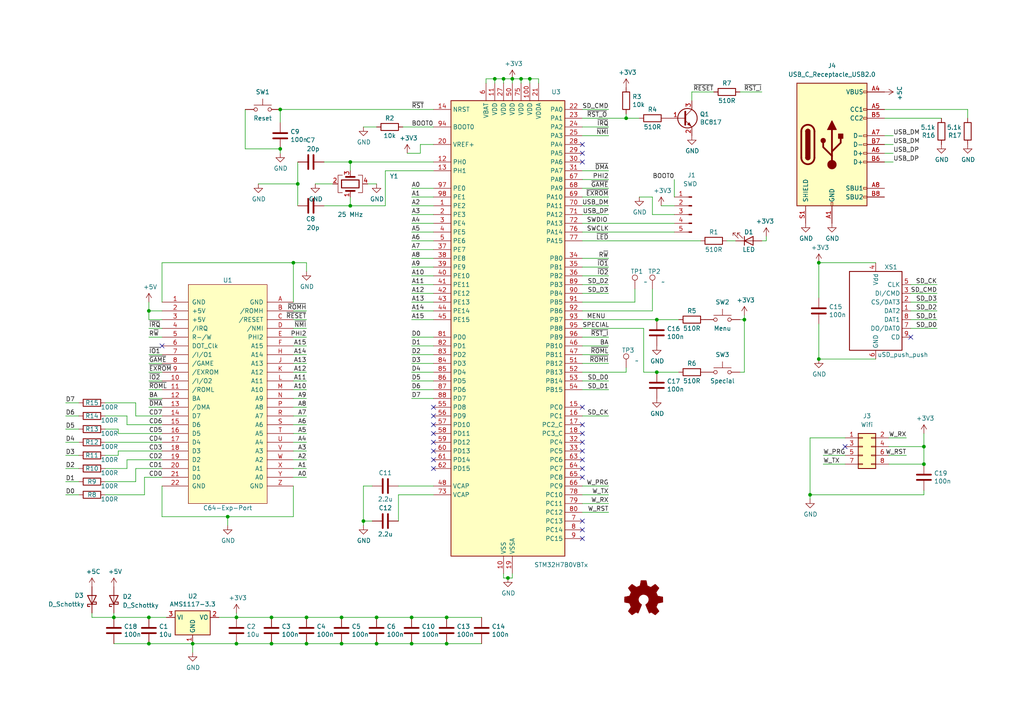
<source format=kicad_sch>
(kicad_sch (version 20230121) (generator eeschema)
  (paper "A4")
  (title_block (title "Kung Fu Flash 2") (date "2023-12-26") (rev "1") (company "open hardware"))
  (lib_symbols
    (symbol "Connector:Conn_01x05_Pin" (pin_names (offset 1.016) hide)
      (property "Reference" "J" (at 0 7.62 0))
      (property "Value" "Conn_01x05_Pin" (at 0 -7.62 0))
      (symbol "Conn_01x05_Pin_1_1"
        (pin passive line (at 5.08 5.08 180) (length 3.81) (name "Pin_1") (number "1"))
        (pin passive line (at 5.08 2.54 180) (length 3.81) (name "Pin_2") (number "2"))
        (pin passive line (at 5.08 0 180) (length 3.81) (name "Pin_3") (number "3"))
        (pin passive line (at 5.08 -2.54 180) (length 3.81) (name "Pin_4") (number "4"))
        (pin passive line (at 5.08 -5.08 180) (length 3.81) (name "Pin_5") (number "5"))
      )
    )
    (symbol "Connector:TestPoint" (pin_numbers hide) (pin_names (offset 0.762) hide)
      (property "Reference" "TP" (at 0 6.858 0))
      (property "Value" "TestPoint" (at 0 5.08 0))
      (symbol "TestPoint_1_1"
        (pin passive line (at 0 0 90) (length 2.54) (name "1") (number "1"))
      )
    )
    (symbol "Connector:USB_C_Receptacle_USB2.0" (pin_names (offset 1.016))
      (property "Reference" "J" (at -10.16 19.05 0))
      (property "Value" "USB_C_Receptacle_USB2.0" (at 19.05 19.05 0))
      (symbol "USB_C_Receptacle_USB2.0_1_1"
        (pin passive line (at 0 -22.86 90) (length 5.08) (name "GND") (number "A1"))
        (pin passive line (at 0 -22.86 90) (length 5.08) hide (name "GND") (number "A12"))
        (pin passive line (at 15.24 15.24 180) (length 5.08) (name "VBUS") (number "A4"))
        (pin bidirectional line (at 15.24 10.16 180) (length 5.08) (name "CC1") (number "A5"))
        (pin bidirectional line (at 15.24 -2.54 180) (length 5.08) (name "D+") (number "A6"))
        (pin bidirectional line (at 15.24 2.54 180) (length 5.08) (name "D-") (number "A7"))
        (pin bidirectional line (at 15.24 -12.7 180) (length 5.08) (name "SBU1") (number "A8"))
        (pin passive line (at 15.24 15.24 180) (length 5.08) hide (name "VBUS") (number "A9"))
        (pin passive line (at 0 -22.86 90) (length 5.08) hide (name "GND") (number "B1"))
        (pin passive line (at 0 -22.86 90) (length 5.08) hide (name "GND") (number "B12"))
        (pin passive line (at 15.24 15.24 180) (length 5.08) hide (name "VBUS") (number "B4"))
        (pin bidirectional line (at 15.24 7.62 180) (length 5.08) (name "CC2") (number "B5"))
        (pin bidirectional line (at 15.24 -5.08 180) (length 5.08) (name "D+") (number "B6"))
        (pin bidirectional line (at 15.24 0 180) (length 5.08) (name "D-") (number "B7"))
        (pin bidirectional line (at 15.24 -15.24 180) (length 5.08) (name "SBU2") (number "B8"))
        (pin passive line (at 15.24 15.24 180) (length 5.08) hide (name "VBUS") (number "B9"))
        (pin passive line (at -7.62 -22.86 90) (length 5.08) (name "SHIELD") (number "S1"))
      )
    )
    (symbol "Connector_Generic:Conn_02x04_Odd_Even" (pin_names (offset 1.016) hide)
      (property "Reference" "J" (at 1.27 5.08 0))
      (property "Value" "Conn_02x04_Odd_Even" (at 1.27 -7.62 0))
      (symbol "Conn_02x04_Odd_Even_1_1"
        (pin passive line (at -5.08 2.54 0) (length 3.81) (name "Pin_1") (number "1"))
        (pin passive line (at 7.62 2.54 180) (length 3.81) (name "Pin_2") (number "2"))
        (pin passive line (at -5.08 0 0) (length 3.81) (name "Pin_3") (number "3"))
        (pin passive line (at 7.62 0 180) (length 3.81) (name "Pin_4") (number "4"))
        (pin passive line (at -5.08 -2.54 0) (length 3.81) (name "Pin_5") (number "5"))
        (pin passive line (at 7.62 -2.54 180) (length 3.81) (name "Pin_6") (number "6"))
        (pin passive line (at -5.08 -5.08 0) (length 3.81) (name "Pin_7") (number "7"))
        (pin passive line (at 7.62 -5.08 180) (length 3.81) (name "Pin_8") (number "8"))
      )
    )
    (symbol "Device:C" (pin_numbers hide) (pin_names (offset 0.254))
      (property "Reference" "C" (at 0.635 2.54 0))
      (property "Value" "C" (at 0.635 -2.54 0))
      (symbol "C_1_1"
        (pin passive line (at 0 3.81 270) (length 2.794) (name "~") (number "1"))
        (pin passive line (at 0 -3.81 90) (length 2.794) (name "~") (number "2"))
      )
    )
    (symbol "Device:Crystal_GND24" (pin_names (offset 1.016) hide)
      (property "Reference" "Y" (at 3.175 5.08 0))
      (property "Value" "Crystal_GND24" (at 3.175 3.175 0))
      (symbol "Crystal_GND24_1_1"
        (pin passive line (at -3.81 0 0) (length 1.27) (name "1") (number "1"))
        (pin passive line (at 0 5.08 270) (length 1.27) (name "2") (number "2"))
        (pin passive line (at 3.81 0 180) (length 1.27) (name "3") (number "3"))
        (pin passive line (at 0 -5.08 90) (length 1.27) (name "4") (number "4"))
      )
    )
    (symbol "Device:D_Schottky" (pin_numbers hide) (pin_names (offset 1.016) hide)
      (property "Reference" "D" (at 0 2.54 0))
      (property "Value" "D_Schottky" (at 0 -2.54 0))
      (symbol "D_Schottky_1_1"
        (pin passive line (at -3.81 0 0) (length 2.54) (name "K") (number "1"))
        (pin passive line (at 3.81 0 180) (length 2.54) (name "A") (number "2"))
      )
    )
    (symbol "Device:LED" (pin_numbers hide) (pin_names (offset 1.016) hide)
      (property "Reference" "D" (at 0 2.54 0))
      (property "Value" "LED" (at 0 -2.54 0))
      (symbol "LED_1_1"
        (pin passive line (at -3.81 0 0) (length 2.54) (name "K") (number "1"))
        (pin passive line (at 3.81 0 180) (length 2.54) (name "A") (number "2"))
      )
    )
    (symbol "Device:R" (pin_numbers hide) (pin_names (offset 0))
      (property "Reference" "R" (at 2.032 0 90))
      (property "Value" "R" (at 0 0 90))
      (symbol "R_1_1"
        (pin passive line (at 0 3.81 270) (length 1.27) (name "~") (number "1"))
        (pin passive line (at 0 -3.81 90) (length 1.27) (name "~") (number "2"))
      )
    )
    (symbol "Graphic:Logo_Open_Hardware_Small" (in_bom no) (on_board no))
    (symbol "KungFuFlash2:C64-Exp-Port-C64-Exp-Port" (pin_names (offset 1.016))
      (property "Reference" "U1" (at 0 33.02 0))
      (property "Value" "C64-Exp-Port" (at 0 -33.02 0))
      (symbol "C64-Exp-Port-C64-Exp-Port_1_1"
        (pin power_in line (at -19.05 26.67 0) (length 7.62) (name "GND") (number "1"))
        (pin passive line (at -19.05 3.81 0) (length 7.62) (name "/I/O2") (number "10"))
        (pin passive line (at -19.05 1.27 0) (length 7.62) (name "/ROML") (number "11"))
        (pin passive line (at -19.05 -1.27 0) (length 7.62) (name "BA") (number "12"))
        (pin passive line (at -19.05 -3.81 0) (length 7.62) (name "/DMA") (number "13"))
        (pin passive line (at -19.05 -6.35 0) (length 7.62) (name "D7") (number "14"))
        (pin passive line (at -19.05 -8.89 0) (length 7.62) (name "D6") (number "15"))
        (pin passive line (at -19.05 -11.43 0) (length 7.62) (name "D5") (number "16"))
        (pin passive line (at -19.05 -13.97 0) (length 7.62) (name "D4") (number "17"))
        (pin passive line (at -19.05 -16.51 0) (length 7.62) (name "D3") (number "18"))
        (pin passive line (at -19.05 -19.05 0) (length 7.62) (name "D2") (number "19"))
        (pin power_in line (at -19.05 24.13 0) (length 7.62) (name "+5V") (number "2"))
        (pin passive line (at -19.05 -21.59 0) (length 7.62) (name "D1") (number "20"))
        (pin passive line (at -19.05 -24.13 0) (length 7.62) (name "D0") (number "21"))
        (pin power_in line (at -19.05 -26.67 0) (length 7.62) (name "GND") (number "22"))
        (pin power_in line (at -19.05 21.59 0) (length 7.62) (name "+5V") (number "3"))
        (pin passive line (at -19.05 19.05 0) (length 7.62) (name "/IRQ") (number "4"))
        (pin passive line (at -19.05 16.51 0) (length 7.62) (name "R-/W") (number "5"))
        (pin passive line (at -19.05 13.97 0) (length 7.62) (name "DOT_Clk") (number "6"))
        (pin passive line (at -19.05 11.43 0) (length 7.62) (name "/I/O1") (number "7"))
        (pin passive line (at -19.05 8.89 0) (length 7.62) (name "/GAME") (number "8"))
        (pin passive line (at -19.05 6.35 0) (length 7.62) (name "/EXROM") (number "9"))
        (pin power_in line (at 19.05 26.67 180) (length 7.62) (name "GND") (number "A"))
        (pin passive line (at 19.05 24.13 180) (length 7.62) (name "/ROMH") (number "B"))
        (pin passive line (at 19.05 21.59 180) (length 7.62) (name "/RESET") (number "C"))
        (pin passive line (at 19.05 19.05 180) (length 7.62) (name "/NMI") (number "D"))
        (pin passive line (at 19.05 16.51 180) (length 7.62) (name "PHI2") (number "E"))
        (pin passive line (at 19.05 13.97 180) (length 7.62) (name "A15") (number "F"))
        (pin passive line (at 19.05 11.43 180) (length 7.62) (name "A14") (number "H"))
        (pin passive line (at 19.05 8.89 180) (length 7.62) (name "A13") (number "J"))
        (pin passive line (at 19.05 6.35 180) (length 7.62) (name "A12") (number "K"))
        (pin passive line (at 19.05 3.81 180) (length 7.62) (name "A11") (number "L"))
        (pin passive line (at 19.05 1.27 180) (length 7.62) (name "A10") (number "M"))
        (pin passive line (at 19.05 -1.27 180) (length 7.62) (name "A9") (number "N"))
        (pin passive line (at 19.05 -3.81 180) (length 7.62) (name "A8") (number "P"))
        (pin passive line (at 19.05 -6.35 180) (length 7.62) (name "A7") (number "R"))
        (pin passive line (at 19.05 -8.89 180) (length 7.62) (name "A6") (number "S"))
        (pin passive line (at 19.05 -11.43 180) (length 7.62) (name "A5") (number "T"))
        (pin passive line (at 19.05 -13.97 180) (length 7.62) (name "A4") (number "U"))
        (pin passive line (at 19.05 -16.51 180) (length 7.62) (name "A3") (number "V"))
        (pin passive line (at 19.05 -19.05 180) (length 7.62) (name "A2") (number "W"))
        (pin passive line (at 19.05 -21.59 180) (length 7.62) (name "A1") (number "X"))
        (pin passive line (at 19.05 -24.13 180) (length 7.62) (name "A0") (number "Y"))
        (pin power_in line (at 19.05 -26.67 180) (length 7.62) (name "GND") (number "Z"))
      )
    )
    (symbol "KungFuFlash2:SD_ebay-uSD-push_push_SMD"
      (property "Reference" "XS1" (at 5.08 12.7 0))
      (property "Value" "uSD_push_push" (at 13.97 -12.7 0))
      (symbol "SD_ebay-uSD-push_push_SMD_1_1"
        (pin bidirectional line (at 8.89 0 180) (length 2.54) (name "DAT2") (number "1"))
        (pin input line (at 8.89 2.54 180) (length 2.54) (name "CS/DAT3") (number "2"))
        (pin input line (at 8.89 5.08 180) (length 2.54) (name "DI/CMD") (number "3"))
        (pin input line (at -1.27 13.97 270) (length 2.54) (name "Vdd") (number "4"))
        (pin input line (at 8.89 7.62 180) (length 2.54) (name "CLK") (number "5"))
        (pin input line (at -1.27 -13.97 90) (length 2.54) (name "GND") (number "6"))
        (pin input line (at 8.89 -5.08 180) (length 2.54) (name "DO/DAT0") (number "7"))
        (pin bidirectional line (at 8.89 -2.54 180) (length 2.54) (name "DAT1") (number "8"))
        (pin input line (at 8.89 -7.62 180) (length 2.54) (name "CD") (number "9"))
      )
    )
    (symbol "MCU_ST_STM32H7:STM32H7B0VBTx"
      (property "Reference" "U" (at -15.24 67.31 0))
      (property "Value" "STM32H7B0VBTx" (at 12.7 67.31 0))
      (symbol "STM32H7B0VBTx_1_1"
        (pin bidirectional line (at -20.32 35.56 0) (length 5.08) (name "PE2") (number "1"))
        (pin power_in line (at 0 -71.12 90) (length 5.08) (name "VSS") (number "10"))
        (pin power_in line (at 7.62 71.12 270) (length 5.08) (name "VDD") (number "100"))
        (pin power_in line (at -2.54 71.12 270) (length 5.08) (name "VDD") (number "11"))
        (pin bidirectional line (at -20.32 48.26 0) (length 5.08) (name "PH0") (number "12"))
        (pin bidirectional line (at -20.32 45.72 0) (length 5.08) (name "PH1") (number "13"))
        (pin input line (at -20.32 63.5 0) (length 5.08) (name "NRST") (number "14"))
        (pin bidirectional line (at 22.86 -22.86 180) (length 5.08) (name "PC0") (number "15"))
        (pin bidirectional line (at 22.86 -25.4 180) (length 5.08) (name "PC1") (number "16"))
        (pin bidirectional line (at 22.86 -27.94 180) (length 5.08) (name "PC2_C") (number "17"))
        (pin bidirectional line (at 22.86 -30.48 180) (length 5.08) (name "PC3_C") (number "18"))
        (pin power_in line (at 2.54 -71.12 90) (length 5.08) (name "VSSA") (number "19"))
        (pin bidirectional line (at -20.32 33.02 0) (length 5.08) (name "PE3") (number "2"))
        (pin input line (at -20.32 53.34 0) (length 5.08) (name "VREF+") (number "20"))
        (pin power_in line (at 10.16 71.12 270) (length 5.08) (name "VDDA") (number "21"))
        (pin bidirectional line (at 22.86 63.5 180) (length 5.08) (name "PA0") (number "22"))
        (pin bidirectional line (at 22.86 60.96 180) (length 5.08) (name "PA1") (number "23"))
        (pin bidirectional line (at 22.86 58.42 180) (length 5.08) (name "PA2") (number "24"))
        (pin bidirectional line (at 22.86 55.88 180) (length 5.08) (name "PA3") (number "25"))
        (pin passive line (at 0 -71.12 90) (length 5.08) hide (name "VSS") (number "26"))
        (pin power_in line (at 0 71.12 270) (length 5.08) (name "VDD") (number "27"))
        (pin bidirectional line (at 22.86 53.34 180) (length 5.08) (name "PA4") (number "28"))
        (pin bidirectional line (at 22.86 50.8 180) (length 5.08) (name "PA5") (number "29"))
        (pin bidirectional line (at -20.32 30.48 0) (length 5.08) (name "PE4") (number "3"))
        (pin bidirectional line (at 22.86 48.26 180) (length 5.08) (name "PA6") (number "30"))
        (pin bidirectional line (at 22.86 45.72 180) (length 5.08) (name "PA7") (number "31"))
        (pin bidirectional line (at 22.86 -33.02 180) (length 5.08) (name "PC4") (number "32"))
        (pin bidirectional line (at 22.86 -35.56 180) (length 5.08) (name "PC5") (number "33"))
        (pin bidirectional line (at 22.86 20.32 180) (length 5.08) (name "PB0") (number "34"))
        (pin bidirectional line (at 22.86 17.78 180) (length 5.08) (name "PB1") (number "35"))
        (pin bidirectional line (at 22.86 15.24 180) (length 5.08) (name "PB2") (number "36"))
        (pin bidirectional line (at -20.32 22.86 0) (length 5.08) (name "PE7") (number "37"))
        (pin bidirectional line (at -20.32 20.32 0) (length 5.08) (name "PE8") (number "38"))
        (pin bidirectional line (at -20.32 17.78 0) (length 5.08) (name "PE9") (number "39"))
        (pin bidirectional line (at -20.32 27.94 0) (length 5.08) (name "PE5") (number "4"))
        (pin bidirectional line (at -20.32 15.24 0) (length 5.08) (name "PE10") (number "40"))
        (pin bidirectional line (at -20.32 12.7 0) (length 5.08) (name "PE11") (number "41"))
        (pin bidirectional line (at -20.32 10.16 0) (length 5.08) (name "PE12") (number "42"))
        (pin bidirectional line (at -20.32 7.62 0) (length 5.08) (name "PE13") (number "43"))
        (pin bidirectional line (at -20.32 5.08 0) (length 5.08) (name "PE14") (number "44"))
        (pin bidirectional line (at -20.32 2.54 0) (length 5.08) (name "PE15") (number "45"))
        (pin bidirectional line (at 22.86 -5.08 180) (length 5.08) (name "PB10") (number "46"))
        (pin bidirectional line (at 22.86 -7.62 180) (length 5.08) (name "PB11") (number "47"))
        (pin power_out line (at -20.32 -45.72 0) (length 5.08) (name "VCAP") (number "48"))
        (pin passive line (at 0 -71.12 90) (length 5.08) hide (name "VSS") (number "49"))
        (pin bidirectional line (at -20.32 25.4 0) (length 5.08) (name "PE6") (number "5"))
        (pin power_in line (at 2.54 71.12 270) (length 5.08) (name "VDD") (number "50"))
        (pin bidirectional line (at 22.86 -10.16 180) (length 5.08) (name "PB12") (number "51"))
        (pin bidirectional line (at 22.86 -12.7 180) (length 5.08) (name "PB13") (number "52"))
        (pin bidirectional line (at 22.86 -15.24 180) (length 5.08) (name "PB14") (number "53"))
        (pin bidirectional line (at 22.86 -17.78 180) (length 5.08) (name "PB15") (number "54"))
        (pin bidirectional line (at -20.32 -22.86 0) (length 5.08) (name "PD8") (number "55"))
        (pin bidirectional line (at -20.32 -25.4 0) (length 5.08) (name "PD9") (number "56"))
        (pin bidirectional line (at -20.32 -27.94 0) (length 5.08) (name "PD10") (number "57"))
        (pin bidirectional line (at -20.32 -30.48 0) (length 5.08) (name "PD11") (number "58"))
        (pin bidirectional line (at -20.32 -33.02 0) (length 5.08) (name "PD12") (number "59"))
        (pin power_in line (at -5.08 71.12 270) (length 5.08) (name "VBAT") (number "6"))
        (pin bidirectional line (at -20.32 -35.56 0) (length 5.08) (name "PD13") (number "60"))
        (pin bidirectional line (at -20.32 -38.1 0) (length 5.08) (name "PD14") (number "61"))
        (pin bidirectional line (at -20.32 -40.64 0) (length 5.08) (name "PD15") (number "62"))
        (pin bidirectional line (at 22.86 -38.1 180) (length 5.08) (name "PC6") (number "63"))
        (pin bidirectional line (at 22.86 -40.64 180) (length 5.08) (name "PC7") (number "64"))
        (pin bidirectional line (at 22.86 -43.18 180) (length 5.08) (name "PC8") (number "65"))
        (pin bidirectional line (at 22.86 -45.72 180) (length 5.08) (name "PC9") (number "66"))
        (pin bidirectional line (at 22.86 43.18 180) (length 5.08) (name "PA8") (number "67"))
        (pin bidirectional line (at 22.86 40.64 180) (length 5.08) (name "PA9") (number "68"))
        (pin bidirectional line (at 22.86 38.1 180) (length 5.08) (name "PA10") (number "69"))
        (pin bidirectional line (at 22.86 -55.88 180) (length 5.08) (name "PC13") (number "7"))
        (pin bidirectional line (at 22.86 35.56 180) (length 5.08) (name "PA11") (number "70"))
        (pin bidirectional line (at 22.86 33.02 180) (length 5.08) (name "PA12") (number "71"))
        (pin bidirectional line (at 22.86 30.48 180) (length 5.08) (name "PA13") (number "72"))
        (pin power_out line (at -20.32 -48.26 0) (length 5.08) (name "VCAP") (number "73"))
        (pin passive line (at 0 -71.12 90) (length 5.08) hide (name "VSS") (number "74"))
        (pin power_in line (at 5.08 71.12 270) (length 5.08) (name "VDD") (number "75"))
        (pin bidirectional line (at 22.86 27.94 180) (length 5.08) (name "PA14") (number "76"))
        (pin bidirectional line (at 22.86 25.4 180) (length 5.08) (name "PA15") (number "77"))
        (pin bidirectional line (at 22.86 -48.26 180) (length 5.08) (name "PC10") (number "78"))
        (pin bidirectional line (at 22.86 -50.8 180) (length 5.08) (name "PC11") (number "79"))
        (pin bidirectional line (at 22.86 -58.42 180) (length 5.08) (name "PC14") (number "8"))
        (pin bidirectional line (at 22.86 -53.34 180) (length 5.08) (name "PC12") (number "80"))
        (pin bidirectional line (at -20.32 -2.54 0) (length 5.08) (name "PD0") (number "81"))
        (pin bidirectional line (at -20.32 -5.08 0) (length 5.08) (name "PD1") (number "82"))
        (pin bidirectional line (at -20.32 -7.62 0) (length 5.08) (name "PD2") (number "83"))
        (pin bidirectional line (at -20.32 -10.16 0) (length 5.08) (name "PD3") (number "84"))
        (pin bidirectional line (at -20.32 -12.7 0) (length 5.08) (name "PD4") (number "85"))
        (pin bidirectional line (at -20.32 -15.24 0) (length 5.08) (name "PD5") (number "86"))
        (pin bidirectional line (at -20.32 -17.78 0) (length 5.08) (name "PD6") (number "87"))
        (pin bidirectional line (at -20.32 -20.32 0) (length 5.08) (name "PD7") (number "88"))
        (pin bidirectional line (at 22.86 12.7 180) (length 5.08) (name "PB3") (number "89"))
        (pin bidirectional line (at 22.86 -60.96 180) (length 5.08) (name "PC15") (number "9"))
        (pin bidirectional line (at 22.86 10.16 180) (length 5.08) (name "PB4") (number "90"))
        (pin bidirectional line (at 22.86 7.62 180) (length 5.08) (name "PB5") (number "91"))
        (pin bidirectional line (at 22.86 5.08 180) (length 5.08) (name "PB6") (number "92"))
        (pin bidirectional line (at 22.86 2.54 180) (length 5.08) (name "PB7") (number "93"))
        (pin input line (at -20.32 58.42 0) (length 5.08) (name "BOOT0") (number "94"))
        (pin bidirectional line (at 22.86 0 180) (length 5.08) (name "PB8") (number "95"))
        (pin bidirectional line (at 22.86 -2.54 180) (length 5.08) (name "PB9") (number "96"))
        (pin bidirectional line (at -20.32 40.64 0) (length 5.08) (name "PE0") (number "97"))
        (pin bidirectional line (at -20.32 38.1 0) (length 5.08) (name "PE1") (number "98"))
        (pin passive line (at 0 -71.12 90) (length 5.08) hide (name "VSS") (number "99"))
      )
    )
    (symbol "Regulator_Linear:AMS1117-3.3"
      (property "Reference" "U" (at -3.81 3.175 0))
      (property "Value" "AMS1117-3.3" (at 0 3.175 0))
      (symbol "AMS1117-3.3_1_1"
        (pin power_in line (at 0 -7.62 90) (length 2.54) (name "GND") (number "1"))
        (pin power_out line (at 7.62 0 180) (length 2.54) (name "VO") (number "2"))
        (pin power_in line (at -7.62 0 0) (length 2.54) (name "VI") (number "3"))
      )
    )
    (symbol "Switch:SW_Push" (pin_numbers hide) (pin_names (offset 1.016) hide)
      (property "Reference" "SW" (at 1.27 2.54 0))
      (property "Value" "SW_Push" (at 0 -1.524 0))
      (symbol "SW_Push_0_1"
        (pin passive line (at -5.08 0 0) (length 2.54) (name "1") (number "1"))
        (pin passive line (at 5.08 0 180) (length 2.54) (name "2") (number "2"))
      )
    )
    (symbol "Transistor_BJT:BC817" (pin_names (offset 0) hide)
      (property "Reference" "Q" (at 5.08 1.905 0))
      (property "Value" "BC817" (at 5.08 0 0))
      (symbol "BC817_1_1"
        (pin input line (at -5.08 0 0) (length 5.715) (name "B") (number "1"))
        (pin passive line (at 2.54 -5.08 90) (length 2.54) (name "E") (number "2"))
        (pin passive line (at 2.54 5.08 270) (length 2.54) (name "C") (number "3"))
      )
    )
    (symbol "power:+3V3" (power) (pin_names (offset 0))
      (property "Value" "+3V3" (at 0 3.556 0))
      (symbol "+3V3_1_1"
        (pin power_in line (at 0 0 90) (length 0) hide (name "+3V3") (number "1"))
      )
    )
    (symbol "power:+5C" (power) (pin_names (offset 0))
      (property "Value" "+5C" (at 0 3.556 0))
      (symbol "+5C_1_1"
        (pin power_in line (at 0 0 90) (length 0) hide (name "+5C") (number "1"))
      )
    )
    (symbol "power:+5V" (power) (pin_names (offset 0))
      (property "Value" "+5V" (at 0 3.556 0))
      (symbol "+5V_1_1"
        (pin power_in line (at 0 0 90) (length 0) hide (name "+5V") (number "1"))
      )
    )
    (symbol "power:GND" (power) (pin_names (offset 0))
      (property "Value" "GND" (at 0 -3.81 0))
      (symbol "GND_1_1"
        (pin power_in line (at 0 0 270) (length 0) hide (name "GND") (number "1"))
      )
    )
  )
  (junction (at 43.18 179.07))
  (junction (at 151.13 22.86))
  (junction (at 267.97 129.54))
  (junction (at 181.61 34.29))
  (junction (at 237.49 76.2))
  (junction (at 234.95 143.51))
  (junction (at 105.41 151.13))
  (junction (at 55.88 186.69))
  (junction (at 78.74 179.07))
  (junction (at 143.51 22.86))
  (junction (at 86.36 53.34))
  (junction (at 101.6 59.69))
  (junction (at 81.28 31.75))
  (junction (at 88.9 179.07))
  (junction (at 119.38 186.69))
  (junction (at 43.18 186.69))
  (junction (at 129.54 186.69))
  (junction (at 101.6 46.99))
  (junction (at 68.58 186.69))
  (junction (at 267.97 134.62))
  (junction (at 237.49 104.14))
  (junction (at 81.28 43.18))
  (junction (at 190.5 107.95))
  (junction (at 99.06 179.07))
  (junction (at 78.74 186.69))
  (junction (at 68.58 179.07))
  (junction (at 129.54 179.07))
  (junction (at 215.9 92.71))
  (junction (at 119.38 179.07))
  (junction (at 147.32 167.64))
  (junction (at 43.18 90.17))
  (junction (at 88.9 186.69))
  (junction (at 190.5 92.71))
  (junction (at 148.59 22.86))
  (junction (at 109.22 186.69))
  (junction (at 153.67 22.86))
  (junction (at 99.06 186.69))
  (junction (at 66.04 149.86))
  (junction (at 85.09 76.2))
  (junction (at 146.05 22.86))
  (junction (at 33.02 179.07))
  (junction (at 109.22 179.07))
  (no_connect (at 168.91 128.27))
  (no_connect (at 46.99 100.33))
  (no_connect (at 168.91 138.43))
  (no_connect (at 168.91 46.99))
  (no_connect (at 168.91 133.35))
  (no_connect (at 168.91 44.45))
  (no_connect (at 168.91 118.11))
  (no_connect (at 168.91 153.67))
  (no_connect (at 125.73 130.81))
  (no_connect (at 168.91 135.89))
  (no_connect (at 264.16 97.79))
  (no_connect (at 168.91 156.21))
  (no_connect (at 125.73 133.35))
  (no_connect (at 125.73 123.19))
  (no_connect (at 125.73 135.89))
  (no_connect (at 125.73 125.73))
  (no_connect (at 168.91 125.73))
  (no_connect (at 168.91 151.13))
  (no_connect (at 168.91 123.19))
  (no_connect (at 168.91 41.91))
  (no_connect (at 125.73 128.27))
  (no_connect (at 125.73 118.11))
  (no_connect (at 245.11 129.54))
  (no_connect (at 168.91 130.81))
  (no_connect (at 125.73 120.65))
  (wire (pts (xy 181.61 106.68) (xy 181.61 107.95)))
  (wire (pts (xy 119.38 62.23) (xy 125.73 62.23)))
  (wire (pts (xy 43.18 102.87) (xy 46.99 102.87)))
  (wire (pts (xy 88.9 110.49) (xy 85.09 110.49)))
  (wire (pts (xy 19.05 116.84) (xy 22.86 116.84)))
  (wire (pts (xy 215.9 92.71) (xy 215.9 107.95)))
  (wire (pts (xy 36.83 123.19) (xy 46.99 123.19)))
  (wire (pts (xy 168.91 146.05) (xy 176.53 146.05)))
  (wire (pts (xy 168.91 97.79) (xy 176.53 97.79)))
  (wire (pts (xy 238.76 134.62) (xy 245.11 134.62)))
  (wire (pts (xy 237.49 93.98) (xy 237.49 104.14)))
  (wire (pts (xy 119.38 107.95) (xy 125.73 107.95)))
  (wire (pts (xy 33.02 177.8) (xy 33.02 179.07)))
  (wire (pts (xy 66.04 149.86) (xy 85.09 149.86)))
  (wire (pts (xy 41.91 138.43) (xy 46.99 138.43)))
  (wire (pts (xy 86.36 46.99) (xy 86.36 53.34)))
  (wire (pts (xy 78.74 186.69) (xy 88.9 186.69)))
  (wire (pts (xy 39.37 139.7) (xy 30.48 139.7)))
  (wire (pts (xy 81.28 31.75) (xy 125.73 31.75)))
  (wire (pts (xy 46.99 140.97) (xy 46.99 149.86)))
  (wire (pts (xy 88.9 95.25) (xy 85.09 95.25)))
  (wire (pts (xy 43.18 107.95) (xy 46.99 107.95)))
  (wire (pts (xy 30.48 124.46) (xy 34.29 124.46)))
  (wire (pts (xy 88.9 97.79) (xy 85.09 97.79)))
  (wire (pts (xy 46.99 87.63) (xy 46.99 76.2)))
  (wire (pts (xy 168.91 36.83) (xy 176.53 36.83)))
  (wire (pts (xy 186.69 107.95) (xy 190.5 107.95)))
  (wire (pts (xy 39.37 135.89) (xy 39.37 139.7)))
  (wire (pts (xy 185.42 57.15) (xy 189.23 57.15)))
  (wire (pts (xy 43.18 110.49) (xy 46.99 110.49)))
  (wire (pts (xy 34.29 132.08) (xy 34.29 130.81)))
  (wire (pts (xy 140.97 22.86) (xy 143.51 22.86)))
  (wire (pts (xy 153.67 22.86) (xy 156.21 22.86)))
  (wire (pts (xy 101.6 59.69) (xy 111.76 59.69)))
  (wire (pts (xy 151.13 22.86) (xy 151.13 24.13)))
  (wire (pts (xy 88.9 76.2) (xy 85.09 76.2)))
  (wire (pts (xy 254 76.2) (xy 237.49 76.2)))
  (wire (pts (xy 115.57 140.97) (xy 125.73 140.97)))
  (wire (pts (xy 119.38 54.61) (xy 125.73 54.61)))
  (wire (pts (xy 168.91 120.65) (xy 176.53 120.65)))
  (wire (pts (xy 26.67 179.07) (xy 26.67 177.8)))
  (wire (pts (xy 190.5 92.71) (xy 196.85 92.71)))
  (wire (pts (xy 214.63 26.67) (xy 220.98 26.67)))
  (wire (pts (xy 267.97 134.62) (xy 267.97 129.54)))
  (wire (pts (xy 88.9 102.87) (xy 85.09 102.87)))
  (wire (pts (xy 93.98 46.99) (xy 101.6 46.99)))
  (wire (pts (xy 115.57 143.51) (xy 115.57 151.13)))
  (wire (pts (xy 267.97 143.51) (xy 267.97 142.24)))
  (wire (pts (xy 238.76 132.08) (xy 245.11 132.08)))
  (wire (pts (xy 184.15 83.82) (xy 184.15 87.63)))
  (wire (pts (xy 168.91 80.01) (xy 176.53 80.01)))
  (wire (pts (xy 88.9 105.41) (xy 85.09 105.41)))
  (wire (pts (xy 234.95 143.51) (xy 267.97 143.51)))
  (wire (pts (xy 256.54 46.99) (xy 259.08 46.99)))
  (wire (pts (xy 19.05 128.27) (xy 22.86 128.27)))
  (wire (pts (xy 46.99 76.2) (xy 85.09 76.2)))
  (wire (pts (xy 105.41 151.13) (xy 107.95 151.13)))
  (wire (pts (xy 30.48 116.84) (xy 39.37 116.84)))
  (wire (pts (xy 168.91 64.77) (xy 195.58 64.77)))
  (wire (pts (xy 88.9 90.17) (xy 85.09 90.17)))
  (wire (pts (xy 119.38 74.93) (xy 125.73 74.93)))
  (wire (pts (xy 43.18 115.57) (xy 46.99 115.57)))
  (wire (pts (xy 189.23 83.82) (xy 189.23 90.17)))
  (wire (pts (xy 36.83 133.35) (xy 36.83 135.89)))
  (wire (pts (xy 88.9 76.2) (xy 88.9 78.74)))
  (wire (pts (xy 119.38 57.15) (xy 125.73 57.15)))
  (wire (pts (xy 71.12 31.75) (xy 71.12 43.18)))
  (wire (pts (xy 34.29 125.73) (xy 46.99 125.73)))
  (wire (pts (xy 215.9 107.95) (xy 214.63 107.95)))
  (wire (pts (xy 139.7 179.07) (xy 129.54 179.07)))
  (wire (pts (xy 55.88 186.69) (xy 55.88 189.23)))
  (wire (pts (xy 264.16 87.63) (xy 271.78 87.63)))
  (wire (pts (xy 39.37 120.65) (xy 46.99 120.65)))
  (wire (pts (xy 74.93 53.34) (xy 86.36 53.34)))
  (wire (pts (xy 88.9 179.07) (xy 78.74 179.07)))
  (wire (pts (xy 88.9 123.19) (xy 85.09 123.19)))
  (wire (pts (xy 88.9 113.03) (xy 85.09 113.03)))
  (wire (pts (xy 93.98 59.69) (xy 101.6 59.69)))
  (wire (pts (xy 168.91 110.49) (xy 176.53 110.49)))
  (wire (pts (xy 146.05 22.86) (xy 148.59 22.86)))
  (wire (pts (xy 168.91 148.59) (xy 176.53 148.59)))
  (wire (pts (xy 30.48 128.27) (xy 46.99 128.27)))
  (wire (pts (xy 256.54 34.29) (xy 273.05 34.29)))
  (wire (pts (xy 119.38 64.77) (xy 125.73 64.77)))
  (wire (pts (xy 88.9 186.69) (xy 99.06 186.69)))
  (wire (pts (xy 129.54 179.07) (xy 119.38 179.07)))
  (wire (pts (xy 85.09 149.86) (xy 85.09 140.97)))
  (wire (pts (xy 264.16 95.25) (xy 271.78 95.25)))
  (wire (pts (xy 168.91 74.93) (xy 176.53 74.93)))
  (wire (pts (xy 168.91 143.51) (xy 176.53 143.51)))
  (wire (pts (xy 86.36 53.34) (xy 86.36 59.69)))
  (wire (pts (xy 184.15 87.63) (xy 168.91 87.63)))
  (wire (pts (xy 148.59 22.86) (xy 148.59 24.13)))
  (wire (pts (xy 168.91 92.71) (xy 190.5 92.71)))
  (wire (pts (xy 121.92 41.91) (xy 125.73 41.91)))
  (wire (pts (xy 119.38 97.79) (xy 125.73 97.79)))
  (wire (pts (xy 264.16 90.17) (xy 271.78 90.17)))
  (wire (pts (xy 119.38 59.69) (xy 125.73 59.69)))
  (wire (pts (xy 119.38 186.69) (xy 129.54 186.69)))
  (wire (pts (xy 168.91 82.55) (xy 176.53 82.55)))
  (wire (pts (xy 105.41 36.83) (xy 109.22 36.83)))
  (wire (pts (xy 36.83 133.35) (xy 46.99 133.35)))
  (wire (pts (xy 264.16 82.55) (xy 271.78 82.55)))
  (wire (pts (xy 237.49 76.2) (xy 237.49 86.36)))
  (wire (pts (xy 109.22 186.69) (xy 119.38 186.69)))
  (wire (pts (xy 168.91 100.33) (xy 176.53 100.33)))
  (wire (pts (xy 200.66 26.67) (xy 207.01 26.67)))
  (wire (pts (xy 190.5 107.95) (xy 196.85 107.95)))
  (wire (pts (xy 234.95 127) (xy 234.95 143.51)))
  (wire (pts (xy 195.58 52.07) (xy 195.58 57.15)))
  (wire (pts (xy 168.91 34.29) (xy 181.61 34.29)))
  (wire (pts (xy 88.9 115.57) (xy 85.09 115.57)))
  (wire (pts (xy 215.9 91.44) (xy 215.9 92.71)))
  (wire (pts (xy 30.48 120.65) (xy 36.83 120.65)))
  (wire (pts (xy 109.22 179.07) (xy 99.06 179.07)))
  (wire (pts (xy 88.9 128.27) (xy 85.09 128.27)))
  (wire (pts (xy 119.38 110.49) (xy 125.73 110.49)))
  (wire (pts (xy 101.6 46.99) (xy 125.73 46.99)))
  (wire (pts (xy 119.38 80.01) (xy 125.73 80.01)))
  (wire (pts (xy 19.05 135.89) (xy 22.86 135.89)))
  (wire (pts (xy 156.21 22.86) (xy 156.21 24.13)))
  (wire (pts (xy 168.91 52.07) (xy 176.53 52.07)))
  (wire (pts (xy 121.92 44.45) (xy 121.92 41.91)))
  (wire (pts (xy 119.38 77.47) (xy 125.73 77.47)))
  (wire (pts (xy 267.97 129.54) (xy 267.97 125.73)))
  (wire (pts (xy 78.74 179.07) (xy 68.58 179.07)))
  (wire (pts (xy 181.61 33.02) (xy 181.61 34.29)))
  (wire (pts (xy 88.9 120.65) (xy 85.09 120.65)))
  (wire (pts (xy 36.83 135.89) (xy 30.48 135.89)))
  (wire (pts (xy 168.91 140.97) (xy 176.53 140.97)))
  (wire (pts (xy 43.18 105.41) (xy 46.99 105.41)))
  (wire (pts (xy 39.37 135.89) (xy 46.99 135.89)))
  (wire (pts (xy 189.23 57.15) (xy 189.23 62.23)))
  (wire (pts (xy 88.9 107.95) (xy 85.09 107.95)))
  (wire (pts (xy 88.9 138.43) (xy 85.09 138.43)))
  (wire (pts (xy 118.11 44.45) (xy 121.92 44.45)))
  (wire (pts (xy 43.18 90.17) (xy 43.18 92.71)))
  (wire (pts (xy 191.77 59.69) (xy 195.58 59.69)))
  (wire (pts (xy 168.91 113.03) (xy 176.53 113.03)))
  (wire (pts (xy 200.66 26.67) (xy 200.66 29.21)))
  (wire (pts (xy 30.48 132.08) (xy 34.29 132.08)))
  (wire (pts (xy 34.29 124.46) (xy 34.29 125.73)))
  (wire (pts (xy 19.05 143.51) (xy 22.86 143.51)))
  (wire (pts (xy 33.02 179.07) (xy 43.18 179.07)))
  (wire (pts (xy 88.9 92.71) (xy 85.09 92.71)))
  (wire (pts (xy 256.54 41.91) (xy 259.08 41.91)))
  (wire (pts (xy 189.23 90.17) (xy 168.91 90.17)))
  (wire (pts (xy 43.18 113.03) (xy 46.99 113.03)))
  (wire (pts (xy 222.25 69.85) (xy 220.98 69.85)))
  (wire (pts (xy 119.38 85.09) (xy 125.73 85.09)))
  (wire (pts (xy 66.04 152.4) (xy 66.04 149.86)))
  (wire (pts (xy 148.59 166.37) (xy 148.59 167.64)))
  (wire (pts (xy 119.38 67.31) (xy 125.73 67.31)))
  (wire (pts (xy 176.53 62.23) (xy 168.91 62.23)))
  (wire (pts (xy 55.88 186.69) (xy 68.58 186.69)))
  (wire (pts (xy 36.83 120.65) (xy 36.83 123.19)))
  (wire (pts (xy 46.99 149.86) (xy 66.04 149.86)))
  (wire (pts (xy 147.32 167.64) (xy 148.59 167.64)))
  (wire (pts (xy 43.18 186.69) (xy 55.88 186.69)))
  (wire (pts (xy 81.28 35.56) (xy 81.28 31.75)))
  (wire (pts (xy 119.38 105.41) (xy 125.73 105.41)))
  (wire (pts (xy 116.84 36.83) (xy 125.73 36.83)))
  (wire (pts (xy 168.91 67.31) (xy 195.58 67.31)))
  (wire (pts (xy 88.9 125.73) (xy 85.09 125.73)))
  (wire (pts (xy 140.97 22.86) (xy 140.97 24.13)))
  (wire (pts (xy 106.68 53.34) (xy 109.22 53.34)))
  (wire (pts (xy 39.37 116.84) (xy 39.37 120.65)))
  (wire (pts (xy 119.38 69.85) (xy 125.73 69.85)))
  (wire (pts (xy 119.38 92.71) (xy 125.73 92.71)))
  (wire (pts (xy 176.53 54.61) (xy 168.91 54.61)))
  (wire (pts (xy 68.58 179.07) (xy 68.58 177.8)))
  (wire (pts (xy 257.81 127) (xy 262.89 127)))
  (wire (pts (xy 214.63 92.71) (xy 215.9 92.71)))
  (wire (pts (xy 257.81 129.54) (xy 267.97 129.54)))
  (wire (pts (xy 33.02 186.69) (xy 43.18 186.69)))
  (wire (pts (xy 119.38 90.17) (xy 125.73 90.17)))
  (wire (pts (xy 264.16 85.09) (xy 271.78 85.09)))
  (wire (pts (xy 168.91 31.75) (xy 176.53 31.75)))
  (wire (pts (xy 119.38 100.33) (xy 125.73 100.33)))
  (wire (pts (xy 26.67 179.07) (xy 33.02 179.07)))
  (wire (pts (xy 34.29 130.81) (xy 46.99 130.81)))
  (wire (pts (xy 71.12 43.18) (xy 81.28 43.18)))
  (wire (pts (xy 119.38 115.57) (xy 125.73 115.57)))
  (wire (pts (xy 234.95 144.78) (xy 234.95 143.51)))
  (wire (pts (xy 30.48 143.51) (xy 41.91 143.51)))
  (wire (pts (xy 264.16 92.71) (xy 271.78 92.71)))
  (wire (pts (xy 81.28 43.18) (xy 81.28 44.45)))
  (wire (pts (xy 168.91 85.09) (xy 176.53 85.09)))
  (wire (pts (xy 99.06 186.69) (xy 109.22 186.69)))
  (wire (pts (xy 176.53 57.15) (xy 168.91 57.15)))
  (wire (pts (xy 143.51 22.86) (xy 146.05 22.86)))
  (wire (pts (xy 91.44 53.34) (xy 96.52 53.34)))
  (wire (pts (xy 99.06 179.07) (xy 88.9 179.07)))
  (wire (pts (xy 119.38 87.63) (xy 125.73 87.63)))
  (wire (pts (xy 168.91 49.53) (xy 176.53 49.53)))
  (wire (pts (xy 186.69 95.25) (xy 168.91 95.25)))
  (wire (pts (xy 256.54 39.37) (xy 259.08 39.37)))
  (wire (pts (xy 43.18 95.25) (xy 46.99 95.25)))
  (wire (pts (xy 168.91 59.69) (xy 176.53 59.69)))
  (wire (pts (xy 151.13 22.86) (xy 153.67 22.86)))
  (wire (pts (xy 111.76 49.53) (xy 125.73 49.53)))
  (wire (pts (xy 88.9 135.89) (xy 85.09 135.89)))
  (wire (pts (xy 43.18 118.11) (xy 46.99 118.11)))
  (wire (pts (xy 257.81 134.62) (xy 267.97 134.62)))
  (wire (pts (xy 237.49 104.14) (xy 254 104.14)))
  (wire (pts (xy 19.05 124.46) (xy 22.86 124.46)))
  (wire (pts (xy 256.54 31.75) (xy 280.67 31.75)))
  (wire (pts (xy 146.05 167.64) (xy 147.32 167.64)))
  (wire (pts (xy 168.91 69.85) (xy 203.2 69.85)))
  (wire (pts (xy 129.54 186.69) (xy 139.7 186.69)))
  (wire (pts (xy 63.5 179.07) (xy 68.58 179.07)))
  (wire (pts (xy 234.95 127) (xy 245.11 127)))
  (wire (pts (xy 168.91 107.95) (xy 181.61 107.95)))
  (wire (pts (xy 119.38 179.07) (xy 109.22 179.07)))
  (wire (pts (xy 111.76 49.53) (xy 111.76 59.69)))
  (wire (pts (xy 280.67 31.75) (xy 280.67 34.29)))
  (wire (pts (xy 105.41 151.13) (xy 105.41 152.4)))
  (wire (pts (xy 48.26 179.07) (xy 43.18 179.07)))
  (wire (pts (xy 222.25 68.58) (xy 222.25 69.85)))
  (wire (pts (xy 119.38 82.55) (xy 125.73 82.55)))
  (wire (pts (xy 257.81 132.08) (xy 262.89 132.08)))
  (wire (pts (xy 115.57 143.51) (xy 125.73 143.51)))
  (wire (pts (xy 153.67 22.86) (xy 153.67 24.13)))
  (wire (pts (xy 168.91 102.87) (xy 176.53 102.87)))
  (wire (pts (xy 148.59 22.86) (xy 151.13 22.86)))
  (wire (pts (xy 119.38 72.39) (xy 125.73 72.39)))
  (wire (pts (xy 88.9 118.11) (xy 85.09 118.11)))
  (wire (pts (xy 88.9 100.33) (xy 85.09 100.33)))
  (wire (pts (xy 19.05 139.7) (xy 22.86 139.7)))
  (wire (pts (xy 68.58 186.69) (xy 78.74 186.69)))
  (wire (pts (xy 256.54 44.45) (xy 259.08 44.45)))
  (wire (pts (xy 107.95 140.97) (xy 105.41 140.97)))
  (wire (pts (xy 189.23 62.23) (xy 195.58 62.23)))
  (wire (pts (xy 19.05 132.08) (xy 22.86 132.08)))
  (wire (pts (xy 88.9 130.81) (xy 85.09 130.81)))
  (wire (pts (xy 146.05 22.86) (xy 146.05 24.13)))
  (wire (pts (xy 43.18 87.63) (xy 43.18 90.17)))
  (wire (pts (xy 119.38 113.03) (xy 125.73 113.03)))
  (wire (pts (xy 119.38 102.87) (xy 125.73 102.87)))
  (wire (pts (xy 46.99 92.71) (xy 43.18 92.71)))
  (wire (pts (xy 168.91 77.47) (xy 176.53 77.47)))
  (wire (pts (xy 85.09 76.2) (xy 85.09 87.63)))
  (wire (pts (xy 213.36 69.85) (xy 210.82 69.85)))
  (wire (pts (xy 19.05 120.65) (xy 22.86 120.65)))
  (wire (pts (xy 186.69 107.95) (xy 186.69 95.25)))
  (wire (pts (xy 181.61 34.29) (xy 185.42 34.29)))
  (wire (pts (xy 101.6 57.15) (xy 101.6 59.69)))
  (wire (pts (xy 168.91 105.41) (xy 176.53 105.41)))
  (wire (pts (xy 168.91 39.37) (xy 176.53 39.37)))
  (wire (pts (xy 146.05 167.64) (xy 146.05 166.37)))
  (wire (pts (xy 43.18 97.79) (xy 46.99 97.79)))
  (wire (pts (xy 105.41 140.97) (xy 105.41 151.13)))
  (wire (pts (xy 101.6 46.99) (xy 101.6 49.53)))
  (wire (pts (xy 88.9 133.35) (xy 85.09 133.35)))
  (wire (pts (xy 43.18 90.17) (xy 46.99 90.17)))
  (wire (pts (xy 41.91 138.43) (xy 41.91 143.51)))
  (wire (pts (xy 143.51 22.86) (xy 143.51 24.13)))
  (label "A0" (at 88.9 138.43 180))
  (label "R~{W}" (at 43.18 97.79 0))
  (label "PHI2" (at 176.53 52.07 180))
  (label "~{NMI}" (at 88.9 95.25 180))
  (label "SD_D3" (at 271.78 87.63 180))
  (label "A4" (at 88.9 128.27 180))
  (label "SD_CK" (at 176.53 120.65 180))
  (label "~{ROML}" (at 176.53 102.87 180))
  (label "D6" (at 19.05 120.65 0))
  (label "D0" (at 119.38 97.79 0))
  (label "USB_DP" (at 259.08 46.99 0))
  (label "W_RST" (at 262.89 132.08 180))
  (label "~{EXROM}" (at 43.18 107.95 0))
  (label "CD1" (at 43.18 135.89 0))
  (label "~{DMA}" (at 176.53 49.53 180))
  (label "SD_D2" (at 271.78 90.17 180))
  (label "~{IO1}" (at 176.53 77.47 180))
  (label "~{RST_O}" (at 170.18 34.29 0))
  (label "CD7" (at 43.18 120.65 0))
  (label "~{IRQ}" (at 43.18 95.25 0))
  (label "D5" (at 119.38 110.49 0))
  (label "~{GAME}" (at 176.53 54.61 180))
  (label "D4" (at 119.38 107.95 0))
  (label "A1" (at 119.38 57.15 0))
  (label "~{EXROM}" (at 176.53 57.15 180))
  (label "A11" (at 88.9 110.49 180))
  (label "A2" (at 119.38 59.69 0))
  (label "A2" (at 88.9 133.35 180))
  (label "SD_D3" (at 176.53 85.09 180))
  (label "D3" (at 119.38 105.41 0))
  (label "CD4" (at 43.18 128.27 0))
  (label "~{NMI}" (at 176.53 39.37 180))
  (label "SD_CK" (at 271.78 82.55 180))
  (label "BOOT0" (at 119.38 36.83 0))
  (label "D1" (at 19.05 139.7 0))
  (label "SD_CMD" (at 176.53 31.75 180))
  (label "D1" (at 119.38 100.33 0))
  (label "MENU" (at 170.18 92.71 0))
  (label "A3" (at 88.9 130.81 180))
  (label "USB_DM" (at 259.08 39.37 0))
  (label "A9" (at 119.38 77.47 0))
  (label "A6" (at 119.38 69.85 0))
  (label "A10" (at 88.9 113.03 180))
  (label "~{RST_I}" (at 220.98 26.67 180))
  (label "A5" (at 119.38 67.31 0))
  (label "CD0" (at 43.18 138.43 0))
  (label "A12" (at 119.38 85.09 0))
  (label "W_PRG" (at 176.53 140.97 180))
  (label "A12" (at 88.9 107.95 180))
  (label "~{GAME}" (at 43.18 105.41 0))
  (label "~{RESET}" (at 207.01 26.67 180))
  (label "A8" (at 88.9 118.11 180))
  (label "~{RST}" (at 119.38 31.75 0))
  (label "D6" (at 119.38 113.03 0))
  (label "~{LED}" (at 176.53 69.85 180))
  (label "A10" (at 119.38 80.01 0))
  (label "SD_D1" (at 271.78 92.71 180))
  (label "A6" (at 88.9 123.19 180))
  (label "W_RST" (at 176.53 148.59 180))
  (label "W_RX" (at 176.53 146.05 180))
  (label "CD3" (at 43.18 130.81 0))
  (label "A5" (at 88.9 125.73 180))
  (label "D5" (at 19.05 124.46 0))
  (label "A1" (at 88.9 135.89 180))
  (label "A3" (at 119.38 62.23 0))
  (label "W_TX" (at 238.76 134.62 0))
  (label "A4" (at 119.38 64.77 0))
  (label "D2" (at 19.05 135.89 0))
  (label "CD5" (at 43.18 125.73 0))
  (label "D3" (at 19.05 132.08 0))
  (label "~{IO2}" (at 176.53 80.01 180))
  (label "BA" (at 176.53 100.33 180))
  (label "A13" (at 119.38 87.63 0))
  (label "~{IRQ}" (at 176.53 36.83 180))
  (label "~{ROMH}" (at 176.53 105.41 180))
  (label "USB_DP" (at 259.08 44.45 0))
  (label "USB_DM" (at 176.53 59.69 180))
  (label "D4" (at 19.05 128.27 0))
  (label "~{IO1}" (at 43.18 102.87 0))
  (label "A14" (at 88.9 102.87 180))
  (label "A13" (at 88.9 105.41 180))
  (label "SD_CMD" (at 271.78 85.09 180))
  (label "SD_D0" (at 271.78 95.25 180))
  (label "A15" (at 119.38 92.71 0))
  (label "D0" (at 19.05 143.51 0))
  (label "SWDIO" (at 170.18 64.77 0))
  (label "D7" (at 119.38 115.57 0))
  (label "BA" (at 43.18 115.57 0))
  (label "~{RESET}" (at 88.9 92.71 180))
  (label "D2" (at 119.38 102.87 0))
  (label "SWCLK" (at 170.18 67.31 0))
  (label "SD_D2" (at 176.53 82.55 180))
  (label "SD_D0" (at 176.53 110.49 180))
  (label "A7" (at 88.9 120.65 180))
  (label "A11" (at 119.38 82.55 0))
  (label "A15" (at 88.9 100.33 180))
  (label "SPECIAL" (at 168.91 95.25 0))
  (label "A8" (at 119.38 74.93 0))
  (label "SD_D1" (at 176.53 113.03 180))
  (label "A7" (at 119.38 72.39 0))
  (label "~{IO2}" (at 43.18 110.49 0))
  (label "A9" (at 88.9 115.57 180))
  (label "~{ROMH}" (at 88.9 90.17 180))
  (label "A0" (at 119.38 54.61 0))
  (label "~{ROML}" (at 43.18 113.03 0))
  (label "USB_DP" (at 176.53 62.23 180))
  (label "PHI2" (at 88.9 97.79 180))
  (label "W_PRG" (at 238.76 132.08 0))
  (label "BOOT0" (at 195.58 52.07 180))
  (label "~{RST_I}" (at 176.53 97.79 180))
  (label "~{DMA}" (at 43.18 118.11 0))
  (label "CD6" (at 43.18 123.19 0))
  (label "USB_DM" (at 259.08 41.91 0))
  (label "CD2" (at 43.18 133.35 0))
  (label "W_RX" (at 262.89 127 180))
  (label "D7" (at 19.05 116.84 0))
  (label "A14" (at 119.38 90.17 0))
  (label "W_TX" (at 176.53 143.51 180))
  (label "R~{W}" (at 176.53 74.93 180))
  (symbol (lib_id "MCU_ST_STM32H7:STM32H7B0VBTx") (at 146.05 95.25 0) (unit 1)
    (property "Reference" "U3" (at 161.29 26.67 0))
    (property "Value" "STM32H7B0VBTx" (at 154.94 163.83 0) (effects (justify left)))
    (property "Footprint" "Package_QFP:LQFP-100_14x14mm_P0.5mm" (effects hide))
    (property "Datasheet" "https://www.st.com/resource/en/datasheet/stm32h7b0vb.pdf" (effects hide))
  )
  (symbol (lib_id "KungFuFlash2:C64-Exp-Port-C64-Exp-Port") (at 66.04 114.3 0) (unit 1)
    (property "Reference" "U1" (at 66.04 81.28 0))
    (property "Value" "C64-Exp-Port" (at 66.04 147.32 0))
    (property "Footprint" "KungFuFlash2:C64-Cart" (effects hide))
    (property "Datasheet" "DOCUMENTATION" (effects hide))
  )
  (symbol (lib_id "power:GND") (at 88.9 78.74 0) (unit 1)
    (property "Reference" "#PWR0101" (effects hide))
    (property "Value" "GND" (at 89.027 83.1342 0))
  )
  (symbol (lib_id "power:GND") (at 66.04 152.4 0) (unit 1)
    (property "Reference" "#PWR0102" (effects hide))
    (property "Value" "GND" (at 66.167 156.7942 0))
  )
  (symbol (lib_id "KungFuFlash2:SD_ebay-uSD-push_push_SMD") (at 255.27 90.17 0) (unit 1)
    (property "Reference" "XS1" (at 260.35 77.47 0) (effects (justify right)))
    (property "Value" "uSD_push_push" (at 269.24 102.87 0) (effects (justify right)))
    (property "Footprint" "KungFuFlash2:Conn_uSDcard" (effects hide))
    (property "Datasheet" "_" (effects hide))
    (property "Manf#" "_" (effects hide))
    (property "Manf" "ebay" (effects hide))
  )
  (symbol (lib_id "Switch:SW_Push") (at 209.55 92.71 0) (mirror y) (unit 1)
    (property "Reference" "SW2" (at 209.55 87.63 0))
    (property "Value" "Menu" (at 209.55 95.25 0))
    (property "Footprint" "Button_Switch_THT:SW_PUSH_6mm_H8mm" (effects hide))
  )
  (symbol (lib_id "power:+3V3") (at 68.58 177.8 0) (unit 1)
    (property "Reference" "#PWR0114" (effects hide))
    (property "Value" "+3V3" (at 68.961 173.4058 0))
  )
  (symbol (lib_id "Switch:SW_Push") (at 209.55 107.95 0) (mirror y) (unit 1)
    (property "Reference" "SW3" (at 209.55 102.87 0))
    (property "Value" "Special" (at 209.55 110.49 0))
    (property "Footprint" "Button_Switch_THT:SW_PUSH_6mm_H8mm" (effects hide))
  )
  (symbol (lib_id "Device:R") (at 200.66 92.71 270) (unit 1)
    (property "Reference" "R5" (at 200.66 90.17 90))
    (property "Value" "510R" (at 200.66 95.25 90))
    (property "Footprint" "Resistor_SMD:R_0805_2012Metric_Pad1.20x1.40mm_HandSolder" (effects hide))
  )
  (symbol (lib_id "Device:R") (at 200.66 107.95 270) (unit 1)
    (property "Reference" "R6" (at 200.66 105.41 90))
    (property "Value" "510R" (at 200.66 110.49 90))
    (property "Footprint" "Resistor_SMD:R_0805_2012Metric_Pad1.20x1.40mm_HandSolder" (effects hide))
  )
  (symbol (lib_id "power:+3V3") (at 215.9 91.44 0) (unit 1)
    (property "Reference" "#PWR0103" (effects hide))
    (property "Value" "+3V3" (at 216.281 87.0458 0))
  )
  (symbol (lib_id "Device:R") (at 181.61 29.21 0) (unit 1)
    (property "Reference" "R3" (at 183.388 28.0416 0) (effects (justify left)))
    (property "Value" "10k" (at 183.388 30.353 0) (effects (justify left)))
    (property "Footprint" "Resistor_SMD:R_0805_2012Metric_Pad1.20x1.40mm_HandSolder" (effects hide))
  )
  (symbol (lib_id "Device:R") (at 189.23 34.29 270) (unit 1)
    (property "Reference" "R4" (at 189.23 31.75 90))
    (property "Value" "510R" (at 189.23 36.83 90))
    (property "Footprint" "Resistor_SMD:R_0805_2012Metric_Pad1.20x1.40mm_HandSolder" (effects hide))
  )
  (symbol (lib_id "Transistor_BJT:BC817") (at 198.12 34.29 0) (unit 1)
    (property "Reference" "Q1" (at 202.9714 33.1216 0) (effects (justify left)))
    (property "Value" "BC817" (at 202.9714 35.433 0) (effects (justify left)))
    (property "Footprint" "Package_TO_SOT_SMD:SOT-23" (effects hide))
    (property "Datasheet" "https://www.onsemi.com/pub/Collateral/BC818-D.pdf" (effects hide))
  )
  (symbol (lib_id "power:GND") (at 200.66 39.37 0) (unit 1)
    (property "Reference" "#PWR0104" (effects hide))
    (property "Value" "GND" (at 200.787 43.7642 0))
  )
  (symbol (lib_id "power:+3V3") (at 181.61 25.4 0) (unit 1)
    (property "Reference" "#PWR0105" (effects hide))
    (property "Value" "+3V3" (at 181.991 21.0058 0))
  )
  (symbol (lib_id "power:+5V") (at 43.18 87.63 0) (unit 1)
    (property "Reference" "#PWR0108" (effects hide))
    (property "Value" "+5V" (at 43.561 83.2358 0))
  )
  (symbol (lib_id "Device:R") (at 113.03 36.83 270) (unit 1)
    (property "Reference" "R2" (at 113.03 34.29 90))
    (property "Value" "10k" (at 113.03 39.37 90))
    (property "Footprint" "Resistor_SMD:R_0805_2012Metric_Pad1.20x1.40mm_HandSolder" (effects hide))
  )
  (symbol (lib_id "power:GND") (at 105.41 36.83 0) (unit 1)
    (property "Reference" "#PWR0109" (effects hide))
    (property "Value" "GND" (at 105.537 41.2242 0))
  )
  (symbol (lib_id "Device:C") (at 90.17 46.99 90) (unit 1)
    (property "Reference" "C7" (at 91.44 40.64 90) (effects (justify left)))
    (property "Value" "20p" (at 92.71 43.18 90) (effects (justify left)))
    (property "Footprint" "Capacitor_SMD:C_0603_1608Metric_Pad1.08x0.95mm_HandSolder" (effects hide))
  )
  (symbol (lib_id "Device:C") (at 90.17 59.69 90) (unit 1)
    (property "Reference" "C8" (at 91.44 63.5 90) (effects (justify left)))
    (property "Value" "20p" (at 92.71 66.04 90) (effects (justify left)))
    (property "Footprint" "Capacitor_SMD:C_0603_1608Metric_Pad1.08x0.95mm_HandSolder" (effects hide))
  )
  (symbol (lib_id "power:GND") (at 74.93 53.34 0) (unit 1)
    (property "Reference" "#PWR0110" (effects hide))
    (property "Value" "GND" (at 75.057 57.7342 0))
  )
  (symbol (lib_id "Connector:Conn_01x05_Pin") (at 200.66 62.23 0) (mirror y) (unit 1)
    (property "Reference" "J1" (at 199.39 50.8 0) (effects (justify right)))
    (property "Value" "SWD" (at 198.12 53.34 0) (effects (justify right)))
    (property "Footprint" "Connector_PinHeader_2.54mm:PinHeader_1x05_P2.54mm_Vertical" (effects hide))
  )
  (symbol (lib_id "power:+3V3") (at 191.77 59.69 0) (unit 1)
    (property "Reference" "#PWR0111" (effects hide))
    (property "Value" "+3V3" (at 192.151 55.2958 0))
  )
  (symbol (lib_id "power:GND") (at 185.42 57.15 0) (unit 1)
    (property "Reference" "#PWR0112" (effects hide))
    (property "Value" "GND" (at 185.547 61.5442 0))
  )
  (symbol (lib_id "Device:R") (at 207.01 69.85 90) (mirror x) (unit 1)
    (property "Reference" "R1" (at 207.01 67.31 90))
    (property "Value" "510R" (at 207.01 72.39 90))
    (property "Footprint" "Resistor_SMD:R_0805_2012Metric_Pad1.20x1.40mm_HandSolder" (effects hide))
  )
  (symbol (lib_id "Device:LED") (at 217.17 69.85 0) (mirror x) (unit 1)
    (property "Reference" "D1" (at 217.17 67.31 0))
    (property "Value" "LED" (at 217.17 72.39 0))
    (property "Footprint" "LED_SMD:LED_0805_2012Metric_Pad1.15x1.40mm_HandSolder" (effects hide))
  )
  (symbol (lib_id "power:+3V3") (at 222.25 68.58 0) (mirror y) (unit 1)
    (property "Reference" "#PWR0113" (effects hide))
    (property "Value" "+3V3" (at 221.869 64.1858 0))
  )
  (symbol (lib_id "Device:C") (at 190.5 111.76 0) (unit 1)
    (property "Reference" "C17" (at 193.421 110.5916 0) (effects (justify left)))
    (property "Value" "100n" (at 193.421 112.903 0) (effects (justify left)))
    (property "Footprint" "Capacitor_SMD:C_0603_1608Metric_Pad1.08x0.95mm_HandSolder" (effects hide))
  )
  (symbol (lib_id "Device:C") (at 190.5 96.52 0) (unit 1)
    (property "Reference" "C16" (at 193.421 95.3516 0) (effects (justify left)))
    (property "Value" "100n" (at 193.421 97.663 0) (effects (justify left)))
    (property "Footprint" "Capacitor_SMD:C_0603_1608Metric_Pad1.08x0.95mm_HandSolder" (effects hide))
  )
  (symbol (lib_id "power:GND") (at 190.5 115.57 0) (unit 1)
    (property "Reference" "#PWR0124" (effects hide))
    (property "Value" "GND" (at 190.627 119.9642 0))
  )
  (symbol (lib_id "power:GND") (at 190.5 100.33 0) (unit 1)
    (property "Reference" "#PWR0125" (effects hide))
    (property "Value" "GND" (at 190.627 104.7242 0))
  )
  (symbol (lib_id "power:GND") (at 237.49 104.14 0) (unit 1)
    (property "Reference" "#PWR0115" (effects hide))
    (property "Value" "GND" (at 237.617 108.5342 0))
  )
  (symbol (lib_id "power:+3V3") (at 237.49 76.2 0) (unit 1)
    (property "Reference" "#PWR0116" (effects hide))
    (property "Value" "+3V3" (at 237.871 71.8058 0))
  )
  (symbol (lib_id "Device:C") (at 237.49 90.17 0) (unit 1)
    (property "Reference" "C15" (at 240.411 89.0016 0) (effects (justify left)))
    (property "Value" "100n" (at 240.411 91.313 0) (effects (justify left)))
    (property "Footprint" "Capacitor_SMD:C_0603_1608Metric_Pad1.08x0.95mm_HandSolder" (effects hide))
  )
  (symbol (lib_id "Regulator_Linear:AMS1117-3.3") (at 55.88 179.07 0) (unit 1)
    (property "Reference" "U2" (at 55.88 172.9232 0))
    (property "Value" "AMS1117-3.3" (at 55.88 175.2346 0))
    (property "Footprint" "Package_TO_SOT_SMD:SOT-223-3_TabPin2" (effects hide))
    (property "Datasheet" "http://www.advanced-monolithic.com/pdf/ds1117.pdf" (effects hide))
  )
  (symbol (lib_id "Device:C") (at 43.18 182.88 0) (unit 1)
    (property "Reference" "C1" (at 46.101 181.7116 0) (effects (justify left)))
    (property "Value" "10u" (at 46.101 184.023 0) (effects (justify left)))
    (property "Footprint" "Capacitor_SMD:C_0805_2012Metric_Pad1.18x1.45mm_HandSolder" (effects hide))
  )
  (symbol (lib_id "Device:C") (at 68.58 182.88 0) (unit 1)
    (property "Reference" "C2" (at 71.501 181.7116 0) (effects (justify left)))
    (property "Value" "10u" (at 71.501 184.023 0) (effects (justify left)))
    (property "Footprint" "Capacitor_SMD:C_0805_2012Metric_Pad1.18x1.45mm_HandSolder" (effects hide))
  )
  (symbol (lib_id "power:GND") (at 55.88 189.23 0) (unit 1)
    (property "Reference" "#PWR0117" (effects hide))
    (property "Value" "GND" (at 56.007 193.6242 0))
  )
  (symbol (lib_id "power:+5C") (at 26.67 170.18 0) (unit 1)
    (property "Reference" "#PWR0119" (effects hide))
    (property "Value" "+5C" (at 27.051 165.7858 0))
  )
  (symbol (lib_id "Device:C") (at 111.76 140.97 90) (unit 1)
    (property "Reference" "C11" (at 111.76 137.16 90))
    (property "Value" "2.2u" (at 111.76 144.78 90))
    (property "Footprint" "Capacitor_SMD:C_0805_2012Metric_Pad1.18x1.45mm_HandSolder" (effects hide))
  )
  (symbol (lib_id "Device:C") (at 111.76 151.13 270) (unit 1)
    (property "Reference" "C12" (at 111.76 147.32 90))
    (property "Value" "2.2u" (at 111.76 154.94 90))
    (property "Footprint" "Capacitor_SMD:C_0805_2012Metric_Pad1.18x1.45mm_HandSolder" (effects hide))
  )
  (symbol (lib_id "power:GND") (at 105.41 152.4 0) (unit 1)
    (property "Reference" "#PWR0120" (effects hide))
    (property "Value" "GND" (at 105.537 156.7942 0))
  )
  (symbol (lib_id "power:+3V3") (at 148.59 22.86 0) (unit 1)
    (property "Reference" "#PWR0121" (effects hide))
    (property "Value" "+3V3" (at 148.971 18.4658 0))
  )
  (symbol (lib_id "power:GND") (at 147.32 167.64 0) (unit 1)
    (property "Reference" "#PWR0122" (effects hide))
    (property "Value" "GND" (at 147.447 172.0342 0))
  )
  (symbol (lib_id "Switch:SW_Push") (at 76.2 31.75 0) (unit 1)
    (property "Reference" "SW1" (at 76.2 26.67 0))
    (property "Value" "Reset" (at 76.2 34.29 0))
    (property "Footprint" "Button_Switch_THT:SW_PUSH_6mm_H8mm" (effects hide))
  )
  (symbol (lib_id "Device:C") (at 81.28 39.37 0) (unit 1)
    (property "Reference" "C9" (at 84.201 38.2016 0) (effects (justify left)))
    (property "Value" "100n" (at 84.201 40.513 0) (effects (justify left)))
    (property "Footprint" "Capacitor_SMD:C_0603_1608Metric_Pad1.08x0.95mm_HandSolder" (effects hide))
  )
  (symbol (lib_id "power:GND") (at 81.28 44.45 0) (unit 1)
    (property "Reference" "#PWR0123" (effects hide))
    (property "Value" "GND" (at 81.407 48.8442 0))
  )
  (symbol (lib_id "Graphic:Logo_Open_Hardware_Small") (at 186.69 173.99 0) (unit 1)
    (property "Reference" "#LOGO1" (effects hide))
    (property "Value" "Logo_Open_Hardware_Small" (effects hide))
    (property "Sim.Enable" "0" (effects hide))
  )
  (symbol (lib_id "Device:C") (at 78.74 182.88 0) (unit 1)
    (property "Reference" "C3" (at 81.661 181.7116 0) (effects (justify left)))
    (property "Value" "100n" (at 81.661 184.023 0) (effects (justify left)))
    (property "Footprint" "Capacitor_SMD:C_0603_1608Metric_Pad1.08x0.95mm_HandSolder" (effects hide))
  )
  (symbol (lib_id "Device:C") (at 88.9 182.88 0) (unit 1)
    (property "Reference" "C4" (at 91.821 181.7116 0) (effects (justify left)))
    (property "Value" "100n" (at 91.821 184.023 0) (effects (justify left)))
    (property "Footprint" "Capacitor_SMD:C_0603_1608Metric_Pad1.08x0.95mm_HandSolder" (effects hide))
  )
  (symbol (lib_id "Device:C") (at 99.06 182.88 0) (unit 1)
    (property "Reference" "C5" (at 101.981 181.7116 0) (effects (justify left)))
    (property "Value" "100n" (at 101.981 184.023 0) (effects (justify left)))
    (property "Footprint" "Capacitor_SMD:C_0603_1608Metric_Pad1.08x0.95mm_HandSolder" (effects hide))
  )
  (symbol (lib_id "Device:C") (at 109.22 182.88 0) (unit 1)
    (property "Reference" "C6" (at 112.141 181.7116 0) (effects (justify left)))
    (property "Value" "100n" (at 112.141 184.023 0) (effects (justify left)))
    (property "Footprint" "Capacitor_SMD:C_0603_1608Metric_Pad1.08x0.95mm_HandSolder" (effects hide))
  )
  (symbol (lib_id "Device:C") (at 119.38 182.88 0) (unit 1)
    (property "Reference" "C10" (at 122.301 181.7116 0) (effects (justify left)))
    (property "Value" "100n" (at 122.301 184.023 0) (effects (justify left)))
    (property "Footprint" "Capacitor_SMD:C_0603_1608Metric_Pad1.08x0.95mm_HandSolder" (effects hide))
  )
  (symbol (lib_id "Device:C") (at 129.54 182.88 0) (unit 1)
    (property "Reference" "C13" (at 132.461 181.7116 0) (effects (justify left)))
    (property "Value" "100n" (at 132.461 184.023 0) (effects (justify left)))
    (property "Footprint" "Capacitor_SMD:C_0603_1608Metric_Pad1.08x0.95mm_HandSolder" (effects hide))
  )
  (symbol (lib_id "Device:C") (at 139.7 182.88 0) (unit 1)
    (property "Reference" "C14" (at 142.621 181.7116 0) (effects (justify left)))
    (property "Value" "100n" (at 142.621 184.023 0) (effects (justify left)))
    (property "Footprint" "Capacitor_SMD:C_0603_1608Metric_Pad1.08x0.95mm_HandSolder" (effects hide))
  )
  (symbol (lib_id "power:+5V") (at 33.02 170.18 0) (unit 1)
    (property "Reference" "#PWR04" (effects hide))
    (property "Value" "+5V" (at 33.401 165.7858 0))
  )
  (symbol (lib_id "Connector:TestPoint") (at 181.61 106.68 0) (unit 1)
    (property "Reference" "TP3" (at 180.34 101.6 0) (effects (justify left)))
    (property "Value" "~" (at 184.15 104.648 0) (effects (justify left)))
    (property "Footprint" "TestPoint:TestPoint_Pad_1.0x1.0mm" (effects hide))
  )
  (symbol (lib_id "power:GND") (at 273.05 41.91 0) (unit 1)
    (property "Reference" "#PWR08" (effects hide))
    (property "Value" "GND" (at 273.177 46.3042 0))
  )
  (symbol (lib_id "Connector:TestPoint") (at 189.23 83.82 0) (unit 1)
    (property "Reference" "TP2" (at 187.96 78.74 0) (effects (justify left)))
    (property "Value" "~" (at 191.77 81.788 0) (effects (justify left)))
    (property "Footprint" "TestPoint:TestPoint_Pad_1.0x1.0mm" (effects hide))
  )
  (symbol (lib_id "power:GND") (at 241.3 64.77 0) (unit 1)
    (property "Reference" "#PWR06" (effects hide))
    (property "Value" "GND" (at 241.427 69.1642 0))
  )
  (symbol (lib_id "power:GND") (at 233.68 64.77 0) (unit 1)
    (property "Reference" "#PWR07" (effects hide))
    (property "Value" "GND" (at 233.807 69.1642 0))
  )
  (symbol (lib_id "power:+3V3") (at 118.11 44.45 0) (unit 1)
    (property "Reference" "#PWR01" (effects hide))
    (property "Value" "+3V3" (at 118.491 40.0558 0))
  )
  (symbol (lib_id "Device:R") (at 26.67 116.84 270) (unit 1)
    (property "Reference" "R15" (at 26.67 116.84 90))
    (property "Value" "100R" (at 31.75 118.11 90))
    (property "Footprint" "Resistor_SMD:R_0805_2012Metric_Pad1.20x1.40mm_HandSolder" (effects hide))
  )
  (symbol (lib_id "power:GND") (at 91.44 53.34 0) (unit 1)
    (property "Reference" "#PWR010" (effects hide))
    (property "Value" "GND" (at 91.567 57.7342 0))
  )
  (symbol (lib_id "Device:D_Schottky") (at 33.02 173.99 90) (unit 1)
    (property "Reference" "D2" (at 35.56 173.0375 90) (effects (justify right)))
    (property "Value" "D_Schottky" (at 35.56 175.5775 90) (effects (justify right)))
    (property "Footprint" "Diode_SMD:D_SMA_Handsoldering" (effects hide))
  )
  (symbol (lib_id "Device:R") (at 26.67 139.7 270) (unit 1)
    (property "Reference" "R9" (at 26.67 139.7 90))
    (property "Value" "100R" (at 31.75 140.97 90))
    (property "Footprint" "Resistor_SMD:R_0805_2012Metric_Pad1.20x1.40mm_HandSolder" (effects hide))
  )
  (symbol (lib_id "Device:R") (at 273.05 38.1 180) (unit 1)
    (property "Reference" "R16" (at 271.272 39.2684 0) (effects (justify left)))
    (property "Value" "5.1k" (at 271.272 36.957 0) (effects (justify left)))
    (property "Footprint" "Resistor_SMD:R_0805_2012Metric_Pad1.20x1.40mm_HandSolder" (effects hide))
  )
  (symbol (lib_id "power:GND") (at 109.22 53.34 0) (unit 1)
    (property "Reference" "#PWR011" (effects hide))
    (property "Value" "GND" (at 109.347 57.7342 0))
  )
  (symbol (lib_id "Device:R") (at 26.67 135.89 270) (unit 1)
    (property "Reference" "R10" (at 26.67 135.89 90))
    (property "Value" "100R" (at 31.75 137.16 90))
    (property "Footprint" "Resistor_SMD:R_0805_2012Metric_Pad1.20x1.40mm_HandSolder" (effects hide))
  )
  (symbol (lib_id "Connector:USB_C_Receptacle_USB2.0") (at 241.3 41.91 0) (unit 1)
    (property "Reference" "J4" (at 241.3 19.05 0))
    (property "Value" "USB_C_Receptacle_USB2.0" (at 241.3 21.59 0))
    (property "Footprint" "Connector_USB:USB_C_Receptacle_XKB_U262-16XN-4BVC11" (effects hide))
    (property "Datasheet" "https://www.usb.org/sites/default/files/documents/usb_type-c.zip" (effects hide))
  )
  (symbol (lib_id "Connector_Generic:Conn_02x04_Odd_Even") (at 250.19 129.54 0) (unit 1)
    (property "Reference" "J3" (at 251.46 120.65 0))
    (property "Value" "Wifi" (at 251.46 123.19 0))
    (property "Footprint" "Connector_PinSocket_2.54mm:PinSocket_2x04_P2.54mm_Vertical" (effects hide))
  )
  (symbol (lib_id "Device:R") (at 26.67 128.27 270) (unit 1)
    (property "Reference" "R12" (at 26.67 128.27 90))
    (property "Value" "100R" (at 31.75 129.54 90))
    (property "Footprint" "Resistor_SMD:R_0805_2012Metric_Pad1.20x1.40mm_HandSolder" (effects hide))
  )
  (symbol (lib_id "power:GND") (at 234.95 144.78 0) (unit 1)
    (property "Reference" "#PWR02" (effects hide))
    (property "Value" "GND" (at 235.077 149.1742 0))
  )
  (symbol (lib_id "Device:C") (at 33.02 182.88 0) (unit 1)
    (property "Reference" "C18" (at 35.941 181.7116 0) (effects (justify left)))
    (property "Value" "100n" (at 35.941 184.023 0) (effects (justify left)))
    (property "Footprint" "Capacitor_SMD:C_0603_1608Metric_Pad1.08x0.95mm_HandSolder" (effects hide))
  )
  (symbol (lib_id "Device:R") (at 26.67 143.51 270) (unit 1)
    (property "Reference" "R8" (at 26.67 143.51 90))
    (property "Value" "100R" (at 31.75 144.78 90))
    (property "Footprint" "Resistor_SMD:R_0805_2012Metric_Pad1.20x1.40mm_HandSolder" (effects hide))
  )
  (symbol (lib_id "Device:D_Schottky") (at 26.67 173.99 90) (unit 1)
    (property "Reference" "D3" (at 21.59 172.72 90) (effects (justify right)))
    (property "Value" "D_Schottky" (at 13.97 175.26 90) (effects (justify right)))
    (property "Footprint" "Diode_SMD:D_SMA_Handsoldering" (effects hide))
  )
  (symbol (lib_id "Connector:TestPoint") (at 184.15 83.82 0) (unit 1)
    (property "Reference" "TP1" (at 182.88 78.74 0) (effects (justify left)))
    (property "Value" "~" (at 186.69 81.788 0) (effects (justify left)))
    (property "Footprint" "TestPoint:TestPoint_Pad_1.0x1.0mm" (effects hide))
  )
  (symbol (lib_id "Device:R") (at 280.67 38.1 180) (unit 1)
    (property "Reference" "R17" (at 278.892 39.2684 0) (effects (justify left)))
    (property "Value" "5.1k" (at 278.892 36.957 0) (effects (justify left)))
    (property "Footprint" "Resistor_SMD:R_0805_2012Metric_Pad1.20x1.40mm_HandSolder" (effects hide))
  )
  (symbol (lib_id "Device:C") (at 267.97 138.43 0) (unit 1)
    (property "Reference" "C19" (at 270.891 137.2616 0) (effects (justify left)))
    (property "Value" "100n" (at 270.891 139.573 0) (effects (justify left)))
    (property "Footprint" "Capacitor_SMD:C_0603_1608Metric_Pad1.08x0.95mm_HandSolder" (effects hide))
  )
  (symbol (lib_id "Device:R") (at 26.67 132.08 270) (unit 1)
    (property "Reference" "R11" (at 26.67 132.08 90))
    (property "Value" "100R" (at 31.75 133.35 90))
    (property "Footprint" "Resistor_SMD:R_0805_2012Metric_Pad1.20x1.40mm_HandSolder" (effects hide))
  )
  (symbol (lib_id "Device:R") (at 26.67 124.46 270) (unit 1)
    (property "Reference" "R13" (at 26.67 124.46 90))
    (property "Value" "100R" (at 31.75 125.73 90))
    (property "Footprint" "Resistor_SMD:R_0805_2012Metric_Pad1.20x1.40mm_HandSolder" (effects hide))
  )
  (symbol (lib_id "power:+3V3") (at 267.97 125.73 0) (unit 1)
    (property "Reference" "#PWR03" (effects hide))
    (property "Value" "+3V3" (at 268.351 121.3358 0))
  )
  (symbol (lib_id "power:+5C") (at 256.54 26.67 270) (unit 1)
    (property "Reference" "#PWR05" (effects hide))
    (property "Value" "+5C" (at 260.9342 27.051 0))
  )
  (symbol (lib_id "Device:R") (at 26.67 120.65 270) (unit 1)
    (property "Reference" "R14" (at 26.67 120.65 90))
    (property "Value" "100R" (at 31.75 121.92 90))
    (property "Footprint" "Resistor_SMD:R_0805_2012Metric_Pad1.20x1.40mm_HandSolder" (effects hide))
  )
  (symbol (lib_id "power:GND") (at 280.67 41.91 0) (unit 1)
    (property "Reference" "#PWR09" (effects hide))
    (property "Value" "GND" (at 280.797 46.3042 0))
  )
  (symbol (lib_id "Device:Crystal_GND24") (at 101.6 53.34 90) (unit 1)
    (property "Reference" "Y1" (at 114.3 51.1241 90))
    (property "Value" "25 MHz" (at 101.6 62.23 90))
    (property "Footprint" "Crystal:Crystal_SMD_3225-4Pin_3.2x2.5mm" (effects hide))
  )
  (symbol (lib_id "Device:R") (at 210.82 26.67 270) (unit 1)
    (property "Reference" "R7" (at 210.82 24.13 90))
    (property "Value" "510R" (at 210.82 29.21 90))
    (property "Footprint" "Resistor_SMD:R_0805_2012Metric_Pad1.20x1.40mm_HandSolder" (effects hide))
  )
)
</source>
